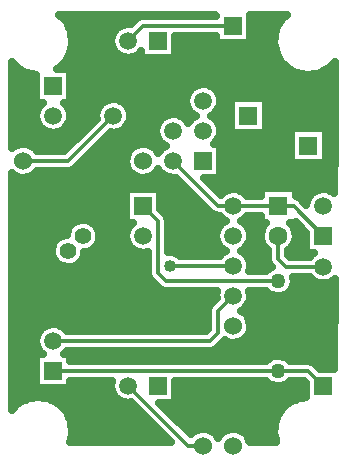
<source format=gbr>
G04 DipTrace 2.4.0.2*
%INTop.gbr*%
%MOIN*%
%ADD14C,0.013*%
%ADD15C,0.025*%
%ADD16R,0.0591X0.0591*%
%ADD17C,0.0591*%
%ADD18C,0.063*%
%ADD19R,0.063X0.063*%
%ADD20C,0.0551*%
%ADD21C,0.06*%
%ADD22C,0.06*%
%ADD23C,0.05*%
%ADD24C,0.05*%
%ADD25C,0.04*%
%FSLAX44Y44*%
G04*
G70*
G90*
G75*
G01*
%LNTop*%
%LPD*%
X12440Y14440D2*
D14*
X13440Y15440D1*
X14440D1*
X5940Y8940D2*
X6440Y9440D1*
X8940D1*
X9940Y15940D2*
X9440Y16440D1*
X7940D1*
X8940Y9440D2*
X9940D1*
X10940Y8440D1*
X11940Y9440D2*
X11435Y8935D1*
Y8200D1*
X11175Y7940D1*
X5940D1*
X13440Y11440D2*
Y10676D1*
X13700Y10416D1*
X14940D1*
X11940Y18440D2*
X8940D1*
X8440Y17940D1*
X4940Y13940D2*
X6440D1*
X7940Y15440D1*
X8440Y6440D2*
X10440Y4440D1*
X10940D1*
X13440Y9940D2*
X9690D1*
X9430Y10200D1*
Y11950D1*
X8940Y12440D1*
X9835Y10440D2*
X11940D1*
X14940Y11440D2*
X13950Y12430D1*
Y12440D1*
X13440D1*
X14940Y6440D2*
X14440Y6940D1*
X13440D1*
X11940Y12440D2*
X11440D1*
X9940Y13940D1*
X13440Y12440D2*
X12430D1*
X11940D1*
X13440Y6940D2*
X5940D1*
D25*
X9835Y10440D3*
X6401Y18566D2*
D15*
X8573D1*
X12526D2*
X13479D1*
X6526Y18318D2*
X8003D1*
X12526D2*
X13354D1*
X6584Y18069D2*
X7870D1*
X10026D2*
X11354D1*
X12526D2*
X13296D1*
X6584Y17820D2*
X7866D1*
X10026D2*
X13296D1*
X6529Y17572D2*
X7991D1*
X10026D2*
X13351D1*
X6408Y17323D2*
X13472D1*
X4590Y17074D2*
X4694D1*
X6186D2*
X13694D1*
X15186D2*
X15292D1*
X4590Y16825D2*
X5253D1*
X6526D2*
X14253D1*
X14627D2*
X15292D1*
X4590Y16577D2*
X5354D1*
X6526D2*
X15292D1*
X4590Y16328D2*
X5354D1*
X6526D2*
X10511D1*
X11369D2*
X15292D1*
X4590Y16079D2*
X5354D1*
X6526D2*
X10374D1*
X11506D2*
X15292D1*
X4590Y15831D2*
X5515D1*
X6365D2*
X7515D1*
X8365D2*
X10366D1*
X11514D2*
X11835D1*
X13045D2*
X15292D1*
X4590Y15582D2*
X5374D1*
X6506D2*
X7374D1*
X8506D2*
X10483D1*
X11397D2*
X11835D1*
X13045D2*
X15292D1*
X4590Y15333D2*
X5366D1*
X6514D2*
X7343D1*
X8514D2*
X9515D1*
X10365D2*
X10515D1*
X11365D2*
X11835D1*
X13045D2*
X15292D1*
X4590Y15085D2*
X5483D1*
X6397D2*
X7093D1*
X8397D2*
X9374D1*
X11506D2*
X11835D1*
X13045D2*
X15292D1*
X4590Y14836D2*
X6843D1*
X7826D2*
X9366D1*
X11514D2*
X13835D1*
X15045D2*
X15292D1*
X4590Y14587D2*
X6597D1*
X7580D2*
X9479D1*
X11401D2*
X13835D1*
X15045D2*
X15292D1*
X5365Y14339D2*
X6347D1*
X7330D2*
X8515D1*
X9365D2*
X9522D1*
X11526D2*
X13835D1*
X15045D2*
X15292D1*
X7080Y14090D2*
X8370D1*
X11526D2*
X13835D1*
X15045D2*
X15292D1*
X6834Y13841D2*
X8358D1*
X11526D2*
X15292D1*
X5412Y13593D2*
X8468D1*
X11526D2*
X15292D1*
X4590Y13344D2*
X10046D1*
X11029D2*
X15292D1*
X4590Y13095D2*
X10292D1*
X11276D2*
X15292D1*
X4590Y12846D2*
X8354D1*
X9526D2*
X10542D1*
X12350D2*
X12835D1*
X14045D2*
X14530D1*
X4590Y12598D2*
X8354D1*
X9526D2*
X10792D1*
X14276D2*
X14377D1*
X4590Y12349D2*
X8354D1*
X9526D2*
X11038D1*
X4590Y12100D2*
X8354D1*
X9748D2*
X11468D1*
X12412D2*
X12835D1*
X4590Y11852D2*
X6565D1*
X7315D2*
X8534D1*
X9783D2*
X11534D1*
X12346D2*
X13007D1*
X13873D2*
X14037D1*
X4590Y11603D2*
X6401D1*
X7479D2*
X8378D1*
X9783D2*
X11378D1*
X12502D2*
X12858D1*
X14022D2*
X14284D1*
X4590Y11354D2*
X6069D1*
X7498D2*
X8362D1*
X9783D2*
X11362D1*
X12518D2*
X12843D1*
X14037D2*
X14354D1*
X4590Y11106D2*
X5901D1*
X7389D2*
X8464D1*
X9783D2*
X11464D1*
X12416D2*
X12940D1*
X13940D2*
X14354D1*
X4590Y10857D2*
X5882D1*
X6998D2*
X9077D1*
X10065D2*
X11542D1*
X12338D2*
X13085D1*
X13795D2*
X14569D1*
X4590Y10608D2*
X5987D1*
X6893D2*
X9077D1*
X12498D2*
X13093D1*
X4590Y10360D2*
X9077D1*
X12518D2*
X13116D1*
X4590Y10111D2*
X9089D1*
X4590Y9862D2*
X9276D1*
X13975D2*
X14835D1*
X15048D2*
X15292D1*
X4590Y9614D2*
X9616D1*
X13861D2*
X15292D1*
X4590Y9365D2*
X11358D1*
X12522D2*
X15292D1*
X4590Y9116D2*
X11136D1*
X12424D2*
X15292D1*
X4590Y8867D2*
X11081D1*
X12334D2*
X15292D1*
X4590Y8619D2*
X11081D1*
X12502D2*
X15292D1*
X4590Y8370D2*
X5558D1*
X6322D2*
X11081D1*
X12526D2*
X15292D1*
X4590Y8121D2*
X5386D1*
X12432D2*
X15292D1*
X4590Y7873D2*
X5358D1*
X11600D2*
X15292D1*
X4590Y7624D2*
X5452D1*
X11295D2*
X15292D1*
X4590Y7375D2*
X5354D1*
X6526D2*
X13140D1*
X13740D2*
X15292D1*
X4590Y7127D2*
X5354D1*
X14744D2*
X15292D1*
X4590Y6878D2*
X5354D1*
X4590Y6629D2*
X5354D1*
X4590Y6381D2*
X5354D1*
X6526D2*
X7858D1*
X10026D2*
X14354D1*
X4590Y6132D2*
X7948D1*
X10026D2*
X14354D1*
X4590Y5883D2*
X4800D1*
X6080D2*
X8354D1*
X10026D2*
X13800D1*
X6350Y5635D2*
X8753D1*
X9736D2*
X13530D1*
X6498Y5386D2*
X9003D1*
X9986D2*
X13382D1*
X6572Y5137D2*
X9253D1*
X10233D2*
X13308D1*
X6592Y4888D2*
X9499D1*
X10483D2*
X10574D1*
X11307D2*
X11573D1*
X12307D2*
X13288D1*
X6549Y4640D2*
X9749D1*
X12494D2*
X13331D1*
X12486Y9316D2*
X12445Y9198D1*
X12379Y9092D1*
X12292Y9004D1*
X12196Y8943D1*
X12258Y8907D1*
X12353Y8826D1*
X12427Y8726D1*
X12478Y8612D1*
X12505Y8440D1*
X12491Y8316D1*
X12451Y8198D1*
X12385Y8092D1*
X12298Y8003D1*
X12193Y7935D1*
X12076Y7892D1*
X11952Y7875D1*
X11828Y7886D1*
X11709Y7924D1*
X11659Y7954D1*
X11408Y7707D1*
X11306Y7637D1*
X11175Y7610D1*
X6390D1*
X6288Y7502D1*
X6500Y7500D1*
Y7270D1*
X13045D1*
X13155Y7369D1*
X13267Y7425D1*
X13388Y7452D1*
X13513Y7450D1*
X13633Y7417D1*
X13742Y7357D1*
X13836Y7269D1*
X14440Y7270D1*
X14562Y7247D1*
X14673Y7173D1*
X14847Y6999D1*
X15313Y7000D1*
X15315Y9999D1*
X15186Y9913D1*
X15069Y9871D1*
X14945Y9856D1*
X14821Y9869D1*
X14703Y9909D1*
X14596Y9974D1*
X14492Y10084D1*
X13936Y10086D1*
X13955Y9940D1*
X13940Y9816D1*
X13896Y9700D1*
X13824Y9597D1*
X13731Y9515D1*
X13620Y9458D1*
X13499Y9428D1*
X13374Y9429D1*
X13253Y9460D1*
X13143Y9519D1*
X13044Y9612D1*
X12475Y9610D1*
X12500Y9440D1*
X12486Y9316D1*
X11389Y9356D2*
X11380Y9430D1*
X11391Y9554D1*
X11410Y9610D1*
X9690D1*
X9568Y9633D1*
X9457Y9707D1*
X9197Y9967D1*
X9127Y10069D1*
X9100Y10200D1*
X9102Y10907D1*
X8945Y10880D1*
X8821Y10893D1*
X8703Y10932D1*
X8596Y10997D1*
X8507Y11084D1*
X8439Y11189D1*
X8396Y11306D1*
X8380Y11430D1*
X8391Y11554D1*
X8430Y11673D1*
X8494Y11780D1*
X8597Y11881D1*
X8380Y11880D1*
Y13000D1*
X9500D1*
Y12348D1*
X9664Y12183D1*
X9733Y12080D1*
X9760Y11950D1*
Y10899D1*
X9894Y10901D1*
X10014Y10869D1*
X10122Y10806D1*
X10157Y10770D1*
X11487D1*
X11581Y10870D1*
X11688Y10940D1*
X11596Y10997D1*
X11507Y11084D1*
X11439Y11189D1*
X11396Y11306D1*
X11380Y11430D1*
X11391Y11554D1*
X11430Y11673D1*
X11494Y11780D1*
X11581Y11870D1*
X11688Y11940D1*
X11596Y11997D1*
X11492Y12107D1*
X11318Y12133D1*
X11207Y12207D1*
X10027Y13386D1*
X9945Y13380D1*
X9821Y13393D1*
X9703Y13432D1*
X9596Y13497D1*
X9507Y13584D1*
X9441Y13686D1*
X9385Y13592D1*
X9298Y13503D1*
X9193Y13435D1*
X9076Y13392D1*
X8952Y13375D1*
X8828Y13386D1*
X8709Y13424D1*
X8602Y13487D1*
X8511Y13573D1*
X8441Y13676D1*
X8395Y13792D1*
X8376Y13915D1*
X8384Y14039D1*
X8419Y14159D1*
X8480Y14268D1*
X8563Y14361D1*
X8665Y14433D1*
X8780Y14482D1*
X8903Y14504D1*
X9027Y14498D1*
X9148Y14466D1*
X9258Y14407D1*
X9353Y14326D1*
X9442Y14194D1*
X9494Y14280D1*
X9581Y14370D1*
X9688Y14440D1*
X9596Y14497D1*
X9507Y14584D1*
X9439Y14689D1*
X9396Y14806D1*
X9380Y14930D1*
X9391Y15054D1*
X9430Y15173D1*
X9494Y15280D1*
X9581Y15370D1*
X9685Y15439D1*
X9801Y15483D1*
X9925Y15500D1*
X10049Y15490D1*
X10168Y15452D1*
X10276Y15389D1*
X10367Y15303D1*
X10441Y15189D1*
X10494Y15280D1*
X10581Y15370D1*
X10688Y15440D1*
X10596Y15497D1*
X10507Y15584D1*
X10439Y15689D1*
X10396Y15806D1*
X10380Y15930D1*
X10391Y16054D1*
X10430Y16173D1*
X10494Y16280D1*
X10581Y16370D1*
X10685Y16439D1*
X10801Y16483D1*
X10925Y16500D1*
X11049Y16490D1*
X11168Y16452D1*
X11276Y16389D1*
X11367Y16303D1*
X11436Y16200D1*
X11482Y16084D1*
X11500Y15940D1*
X11486Y15816D1*
X11445Y15698D1*
X11379Y15592D1*
X11292Y15504D1*
X11190Y15439D1*
X11276Y15389D1*
X11367Y15303D1*
X11436Y15200D1*
X11482Y15084D1*
X11500Y14940D1*
X11486Y14816D1*
X11445Y14698D1*
X11379Y14592D1*
X11288Y14502D1*
X11500Y14500D1*
Y13380D1*
X10969Y13378D1*
X11530Y12817D1*
X11581Y12870D1*
X11685Y12939D1*
X11801Y12983D1*
X11925Y13000D1*
X12049Y12990D1*
X12168Y12952D1*
X12276Y12889D1*
X12367Y12803D1*
X12391Y12768D1*
X12864Y12770D1*
X12860Y13020D1*
X14020D1*
Y12766D1*
X14165Y12689D1*
X14379Y12467D1*
X14391Y12554D1*
X14430Y12673D1*
X14494Y12780D1*
X14581Y12870D1*
X14685Y12939D1*
X14801Y12983D1*
X14925Y13000D1*
X15049Y12990D1*
X15168Y12952D1*
X15276Y12889D1*
X15312Y12854D1*
X15315Y14565D1*
Y17233D1*
X15243Y17150D1*
X15151Y17066D1*
X15050Y16993D1*
X14941Y16931D1*
X14826Y16882D1*
X14707Y16846D1*
X14584Y16823D1*
X14459Y16814D1*
X14334Y16819D1*
X14211Y16837D1*
X14090Y16869D1*
X13974Y16915D1*
X13863Y16973D1*
X13759Y17043D1*
X13664Y17123D1*
X13579Y17214D1*
X13503Y17314D1*
X13440Y17422D1*
X13389Y17536D1*
X13350Y17655D1*
X13326Y17777D1*
X13314Y17902D1*
X13317Y18026D1*
X13334Y18150D1*
X13364Y18272D1*
X13407Y18389D1*
X13463Y18500D1*
X13531Y18605D1*
X13610Y18702D1*
X13734Y18815D1*
X12499D1*
X12500Y17880D1*
X11380D1*
Y18110D1*
X9999D1*
X10000Y17380D1*
X8880D1*
X8879Y17592D1*
X8792Y17504D1*
X8686Y17437D1*
X8569Y17395D1*
X8445Y17380D1*
X8321Y17393D1*
X8203Y17432D1*
X8096Y17497D1*
X8007Y17584D1*
X7939Y17689D1*
X7896Y17806D1*
X7880Y17930D1*
X7891Y18054D1*
X7930Y18173D1*
X7994Y18280D1*
X8081Y18370D1*
X8185Y18439D1*
X8301Y18483D1*
X8425Y18500D1*
X8522Y18492D1*
X8707Y18673D1*
X8809Y18743D1*
X8940Y18770D1*
X11381D1*
X11315Y18815D1*
X6147D1*
X6276Y18695D1*
X6355Y18597D1*
X6422Y18492D1*
X6477Y18380D1*
X6519Y18262D1*
X6548Y18141D1*
X6566Y17940D1*
X6559Y17815D1*
X6539Y17692D1*
X6504Y17572D1*
X6457Y17456D1*
X6397Y17347D1*
X6326Y17244D1*
X6243Y17150D1*
X6151Y17066D1*
X6059Y17000D1*
X6500D1*
Y15880D1*
X6285D1*
X6367Y15803D1*
X6436Y15700D1*
X6482Y15584D1*
X6500Y15440D1*
X6486Y15316D1*
X6445Y15198D1*
X6379Y15092D1*
X6292Y15004D1*
X6186Y14937D1*
X6069Y14895D1*
X5945Y14880D1*
X5821Y14893D1*
X5703Y14932D1*
X5596Y14997D1*
X5507Y15084D1*
X5439Y15189D1*
X5396Y15306D1*
X5380Y15430D1*
X5391Y15554D1*
X5430Y15673D1*
X5494Y15780D1*
X5597Y15881D1*
X5380Y15880D1*
Y16813D1*
X5211Y16837D1*
X5090Y16869D1*
X4974Y16915D1*
X4863Y16973D1*
X4759Y17043D1*
X4664Y17123D1*
X4567Y17230D1*
X4565Y14366D1*
X4665Y14433D1*
X4780Y14482D1*
X4903Y14504D1*
X5027Y14498D1*
X5148Y14466D1*
X5258Y14407D1*
X5353Y14326D1*
X5392Y14273D1*
X6190Y14270D1*
X6303D1*
X7386Y15353D1*
X7380Y15430D1*
X7391Y15554D1*
X7430Y15673D1*
X7494Y15780D1*
X7581Y15870D1*
X7685Y15939D1*
X7801Y15983D1*
X7925Y16000D1*
X8049Y15990D1*
X8168Y15952D1*
X8276Y15889D1*
X8367Y15803D1*
X8436Y15700D1*
X8482Y15584D1*
X8500Y15440D1*
X8486Y15316D1*
X8445Y15198D1*
X8379Y15092D1*
X8292Y15004D1*
X8186Y14937D1*
X8069Y14895D1*
X7945Y14880D1*
X7856Y14889D1*
X6673Y13707D1*
X6571Y13637D1*
X6440Y13610D1*
X5397D1*
X5298Y13503D1*
X5193Y13435D1*
X5076Y13392D1*
X4952Y13375D1*
X4828Y13386D1*
X4709Y13424D1*
X4602Y13487D1*
X4565Y13522D1*
Y5647D1*
X4700Y5789D1*
X4798Y5866D1*
X4905Y5931D1*
X5018Y5984D1*
X5136Y6025D1*
X5258Y6052D1*
X5382Y6065D1*
X5507Y6064D1*
X5631Y6050D1*
X5753Y6022D1*
X5871Y5981D1*
X5984Y5926D1*
X6090Y5860D1*
X6187Y5783D1*
X6276Y5695D1*
X6355Y5597D1*
X6422Y5492D1*
X6477Y5380D1*
X6519Y5262D1*
X6548Y5141D1*
X6566Y4940D1*
X6559Y4815D1*
X6539Y4692D1*
X6503Y4568D1*
X7190Y4565D1*
X9850D1*
X8525Y5889D1*
X8445Y5880D1*
X8321Y5893D1*
X8203Y5932D1*
X8096Y5997D1*
X8007Y6084D1*
X7939Y6189D1*
X7896Y6306D1*
X7880Y6430D1*
X7891Y6554D1*
X7910Y6610D1*
X6499D1*
X6500Y6380D1*
X5380D1*
Y7500D1*
X5595D1*
X5507Y7584D1*
X5439Y7689D1*
X5396Y7806D1*
X5380Y7930D1*
X5391Y8054D1*
X5430Y8173D1*
X5494Y8280D1*
X5581Y8370D1*
X5685Y8439D1*
X5801Y8483D1*
X5925Y8500D1*
X6049Y8490D1*
X6168Y8452D1*
X6276Y8389D1*
X6367Y8303D1*
X6391Y8268D1*
X8190Y8270D1*
X11038D1*
X11105Y8337D1*
Y8935D1*
X11128Y9057D1*
X11202Y9168D1*
X11290Y9257D1*
X12486Y10316D2*
X12470Y10268D1*
X13046Y10270D1*
X13155Y10369D1*
X13242Y10413D1*
X13207Y10443D1*
X13137Y10546D1*
X13110Y10676D1*
Y10962D1*
X13024Y11036D1*
X12947Y11134D1*
X12893Y11247D1*
X12865Y11368D1*
X12862Y11493D1*
X12887Y11615D1*
X12937Y11729D1*
X13011Y11830D1*
X13043Y11859D1*
X12860Y11860D1*
Y12114D1*
X12430Y12110D1*
X12395D1*
X12292Y12004D1*
X12190Y11939D1*
X12276Y11889D1*
X12367Y11803D1*
X12436Y11700D1*
X12482Y11584D1*
X12500Y11440D1*
X12486Y11316D1*
X12445Y11198D1*
X12379Y11092D1*
X12292Y11004D1*
X12190Y10939D1*
X12276Y10889D1*
X12367Y10803D1*
X12436Y10700D1*
X12482Y10584D1*
X12500Y10440D1*
X12486Y10316D1*
X13985Y15020D2*
X15020D1*
Y13860D1*
X13860D1*
Y15020D1*
X13985D1*
X11985Y16020D2*
X13020D1*
Y14860D1*
X11860D1*
Y16020D1*
X11985D1*
X14380Y6063D2*
Y6532D1*
X14301Y6613D1*
X13835Y6610D1*
X13731Y6515D1*
X13620Y6458D1*
X13499Y6428D1*
X13374Y6429D1*
X13253Y6460D1*
X13143Y6519D1*
X13044Y6612D1*
X10565Y6610D1*
X9999D1*
X10000Y5880D1*
X9469Y5878D1*
X10527Y4820D1*
X10563Y4861D1*
X10665Y4933D1*
X10780Y4982D1*
X10903Y5004D1*
X11027Y4998D1*
X11148Y4966D1*
X11258Y4907D1*
X11353Y4826D1*
X11438Y4701D1*
X11480Y4768D1*
X11563Y4861D1*
X11665Y4933D1*
X11780Y4982D1*
X11903Y5004D1*
X12027Y4998D1*
X12148Y4966D1*
X12258Y4907D1*
X12353Y4826D1*
X12427Y4726D1*
X12478Y4612D1*
X12488Y4563D1*
X13381Y4565D1*
X13350Y4655D1*
X13326Y4777D1*
X13314Y4902D1*
X13317Y5026D1*
X13334Y5150D1*
X13364Y5272D1*
X13407Y5389D1*
X13463Y5500D1*
X13531Y5605D1*
X13610Y5702D1*
X13700Y5789D1*
X13798Y5866D1*
X13905Y5931D1*
X14018Y5984D1*
X14136Y6025D1*
X14258Y6052D1*
X14379Y6064D1*
X14488Y10746D2*
X14581Y10846D1*
X14629Y10878D1*
X14380Y10880D1*
Y11532D1*
X14020Y11894D1*
Y11860D1*
X13833Y11862D1*
X13891Y11804D1*
X13959Y11699D1*
X14002Y11583D1*
X14020Y11440D1*
X14007Y11316D1*
X13967Y11198D1*
X13903Y11091D1*
X13817Y11000D1*
X13769Y10967D1*
X13770Y10811D1*
X13837Y10746D1*
X14485D1*
X7466Y11316D2*
X7424Y11199D1*
X7356Y11094D1*
X7265Y11008D1*
X7158Y10945D1*
X7039Y10908D1*
X6980Y10905D1*
X6966Y10816D1*
X6924Y10699D1*
X6856Y10594D1*
X6765Y10508D1*
X6658Y10445D1*
X6539Y10408D1*
X6414Y10400D1*
X6291Y10420D1*
X6176Y10468D1*
X6075Y10541D1*
X5993Y10636D1*
X5935Y10746D1*
X5904Y10867D1*
X5902Y10992D1*
X5928Y11114D1*
X5981Y11226D1*
X6059Y11324D1*
X6157Y11401D1*
X6270Y11453D1*
X6404Y11478D1*
X6428Y11614D1*
X6481Y11726D1*
X6559Y11824D1*
X6657Y11901D1*
X6770Y11953D1*
X6893Y11979D1*
X7017Y11975D1*
X7138Y11943D1*
X7248Y11884D1*
X7341Y11802D1*
X7414Y11700D1*
X7461Y11585D1*
X7481Y11440D1*
X7466Y11316D1*
D16*
X8940Y12440D3*
D17*
Y11440D3*
Y10440D3*
Y9440D3*
X11940D3*
Y10440D3*
Y11440D3*
Y12440D3*
D16*
Y18440D3*
D17*
Y17440D3*
D18*
X13440Y11440D3*
D19*
Y12440D3*
X14440Y14440D3*
D18*
Y15440D3*
X12440Y14440D3*
D19*
Y15440D3*
D16*
X14940Y6440D3*
D17*
Y10416D3*
D16*
X10940Y13940D3*
D17*
X9940D3*
X10940Y14940D3*
X9940D3*
X10940Y15940D3*
X9940D3*
D16*
X9440Y6440D3*
D17*
X8440D3*
D20*
X6940Y11440D3*
X6440Y10940D3*
G36*
X5940Y11086D2*
X5586Y11440D1*
X5940Y11794D1*
X6294Y11440D1*
X5940Y11086D1*
G37*
D16*
X9440Y17940D3*
D17*
X8440D3*
D16*
X5940Y6940D3*
D17*
Y7940D3*
Y8940D3*
D16*
X14940Y11440D3*
D17*
Y12440D3*
D21*
X11940Y4440D3*
D22*
Y8440D3*
D21*
X4940Y13940D3*
D22*
X8940D3*
D21*
X10940Y4440D3*
D22*
Y8440D3*
D23*
X13440Y6940D3*
D24*
Y9940D3*
D16*
X7940Y16440D3*
D17*
Y15440D3*
D16*
X5940Y16440D3*
D17*
Y15440D3*
M02*

</source>
